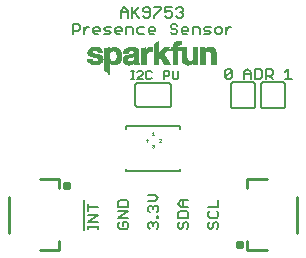
<source format=gto>
G75*
%MOIN*%
%OFA0B0*%
%FSLAX25Y25*%
%IPPOS*%
%LPD*%
%AMOC8*
5,1,8,0,0,1.08239X$1,22.5*
%
%ADD10C,0.00600*%
%ADD11C,0.00500*%
%ADD12C,0.01000*%
%ADD13C,0.01575*%
%ADD14C,0.00800*%
%ADD15C,0.00100*%
%ADD16C,0.00300*%
D10*
X0190433Y0311400D02*
X0190433Y0321222D01*
X0191630Y0320107D02*
X0191630Y0317839D01*
X0191630Y0318973D02*
X0195033Y0318973D01*
X0195033Y0316424D02*
X0191630Y0316424D01*
X0191630Y0314155D02*
X0195033Y0316424D01*
X0195033Y0314155D02*
X0191630Y0314155D01*
X0191630Y0312834D02*
X0191630Y0311700D01*
X0191630Y0312267D02*
X0195033Y0312267D01*
X0195033Y0311700D02*
X0195033Y0312834D01*
X0201630Y0312267D02*
X0202198Y0311700D01*
X0204466Y0311700D01*
X0205033Y0312267D01*
X0205033Y0313401D01*
X0204466Y0313969D01*
X0203332Y0313969D01*
X0203332Y0312834D01*
X0202198Y0313969D02*
X0201630Y0313401D01*
X0201630Y0312267D01*
X0201630Y0315383D02*
X0205033Y0317652D01*
X0201630Y0317652D01*
X0201630Y0319066D02*
X0201630Y0320768D01*
X0202198Y0321335D01*
X0204466Y0321335D01*
X0205033Y0320768D01*
X0205033Y0319066D01*
X0201630Y0319066D01*
X0201630Y0315383D02*
X0205033Y0315383D01*
X0211630Y0313401D02*
X0212198Y0313969D01*
X0212765Y0313969D01*
X0213332Y0313401D01*
X0213899Y0313969D01*
X0214466Y0313969D01*
X0215033Y0313401D01*
X0215033Y0312267D01*
X0214466Y0311700D01*
X0213332Y0312834D02*
X0213332Y0313401D01*
X0211630Y0313401D02*
X0211630Y0312267D01*
X0212198Y0311700D01*
X0214466Y0315383D02*
X0214466Y0315950D01*
X0215033Y0315950D01*
X0215033Y0315383D01*
X0214466Y0315383D01*
X0214466Y0317225D02*
X0215033Y0317792D01*
X0215033Y0318926D01*
X0214466Y0319493D01*
X0213899Y0319493D01*
X0213332Y0318926D01*
X0213332Y0318359D01*
X0213332Y0318926D02*
X0212765Y0319493D01*
X0212198Y0319493D01*
X0211630Y0318926D01*
X0211630Y0317792D01*
X0212198Y0317225D01*
X0211630Y0320908D02*
X0213899Y0320908D01*
X0215033Y0322042D01*
X0213899Y0323176D01*
X0211630Y0323176D01*
X0221630Y0320201D02*
X0222765Y0321335D01*
X0225033Y0321335D01*
X0223332Y0321335D02*
X0223332Y0319066D01*
X0222765Y0319066D02*
X0221630Y0320201D01*
X0222765Y0319066D02*
X0225033Y0319066D01*
X0224466Y0317652D02*
X0222198Y0317652D01*
X0221630Y0317085D01*
X0221630Y0315383D01*
X0225033Y0315383D01*
X0225033Y0317085D01*
X0224466Y0317652D01*
X0224466Y0313969D02*
X0225033Y0313401D01*
X0225033Y0312267D01*
X0224466Y0311700D01*
X0223332Y0312267D02*
X0223332Y0313401D01*
X0223899Y0313969D01*
X0224466Y0313969D01*
X0223332Y0312267D02*
X0222765Y0311700D01*
X0222198Y0311700D01*
X0221630Y0312267D01*
X0221630Y0313401D01*
X0222198Y0313969D01*
X0231630Y0313401D02*
X0231630Y0312267D01*
X0232198Y0311700D01*
X0232765Y0311700D01*
X0233332Y0312267D01*
X0233332Y0313401D01*
X0233899Y0313969D01*
X0234466Y0313969D01*
X0235033Y0313401D01*
X0235033Y0312267D01*
X0234466Y0311700D01*
X0232198Y0313969D02*
X0231630Y0313401D01*
X0232198Y0315383D02*
X0231630Y0315950D01*
X0231630Y0317085D01*
X0232198Y0317652D01*
X0231630Y0319066D02*
X0235033Y0319066D01*
X0235033Y0321335D01*
X0234466Y0317652D02*
X0235033Y0317085D01*
X0235033Y0315950D01*
X0234466Y0315383D01*
X0232198Y0315383D01*
X0240333Y0352000D02*
X0246333Y0352000D01*
X0246393Y0352002D01*
X0246454Y0352007D01*
X0246513Y0352016D01*
X0246572Y0352029D01*
X0246631Y0352045D01*
X0246688Y0352065D01*
X0246743Y0352088D01*
X0246798Y0352115D01*
X0246850Y0352144D01*
X0246901Y0352177D01*
X0246950Y0352213D01*
X0246996Y0352251D01*
X0247040Y0352293D01*
X0247082Y0352337D01*
X0247120Y0352383D01*
X0247156Y0352432D01*
X0247189Y0352483D01*
X0247218Y0352535D01*
X0247245Y0352590D01*
X0247268Y0352645D01*
X0247288Y0352702D01*
X0247304Y0352761D01*
X0247317Y0352820D01*
X0247326Y0352879D01*
X0247331Y0352940D01*
X0247333Y0353000D01*
X0247333Y0359800D01*
X0247331Y0359860D01*
X0247326Y0359921D01*
X0247317Y0359980D01*
X0247304Y0360039D01*
X0247288Y0360098D01*
X0247268Y0360155D01*
X0247245Y0360210D01*
X0247218Y0360265D01*
X0247189Y0360317D01*
X0247156Y0360368D01*
X0247120Y0360417D01*
X0247082Y0360463D01*
X0247040Y0360507D01*
X0246996Y0360549D01*
X0246950Y0360587D01*
X0246901Y0360623D01*
X0246850Y0360656D01*
X0246798Y0360685D01*
X0246743Y0360712D01*
X0246688Y0360735D01*
X0246631Y0360755D01*
X0246572Y0360771D01*
X0246513Y0360784D01*
X0246454Y0360793D01*
X0246393Y0360798D01*
X0246333Y0360800D01*
X0240333Y0360800D01*
X0240273Y0360798D01*
X0240212Y0360793D01*
X0240153Y0360784D01*
X0240094Y0360771D01*
X0240035Y0360755D01*
X0239978Y0360735D01*
X0239923Y0360712D01*
X0239868Y0360685D01*
X0239816Y0360656D01*
X0239765Y0360623D01*
X0239716Y0360587D01*
X0239670Y0360549D01*
X0239626Y0360507D01*
X0239584Y0360463D01*
X0239546Y0360417D01*
X0239510Y0360368D01*
X0239477Y0360317D01*
X0239448Y0360265D01*
X0239421Y0360210D01*
X0239398Y0360155D01*
X0239378Y0360098D01*
X0239362Y0360039D01*
X0239349Y0359980D01*
X0239340Y0359921D01*
X0239335Y0359860D01*
X0239333Y0359800D01*
X0239333Y0353000D01*
X0239335Y0352940D01*
X0239340Y0352879D01*
X0239349Y0352820D01*
X0239362Y0352761D01*
X0239378Y0352702D01*
X0239398Y0352645D01*
X0239421Y0352590D01*
X0239448Y0352535D01*
X0239477Y0352483D01*
X0239510Y0352432D01*
X0239546Y0352383D01*
X0239584Y0352337D01*
X0239626Y0352293D01*
X0239670Y0352251D01*
X0239716Y0352213D01*
X0239765Y0352177D01*
X0239816Y0352144D01*
X0239868Y0352115D01*
X0239923Y0352088D01*
X0239978Y0352065D01*
X0240035Y0352045D01*
X0240094Y0352029D01*
X0240153Y0352016D01*
X0240212Y0352007D01*
X0240273Y0352002D01*
X0240333Y0352000D01*
X0249333Y0353000D02*
X0249333Y0359800D01*
X0249335Y0359860D01*
X0249340Y0359921D01*
X0249349Y0359980D01*
X0249362Y0360039D01*
X0249378Y0360098D01*
X0249398Y0360155D01*
X0249421Y0360210D01*
X0249448Y0360265D01*
X0249477Y0360317D01*
X0249510Y0360368D01*
X0249546Y0360417D01*
X0249584Y0360463D01*
X0249626Y0360507D01*
X0249670Y0360549D01*
X0249716Y0360587D01*
X0249765Y0360623D01*
X0249816Y0360656D01*
X0249868Y0360685D01*
X0249923Y0360712D01*
X0249978Y0360735D01*
X0250035Y0360755D01*
X0250094Y0360771D01*
X0250153Y0360784D01*
X0250212Y0360793D01*
X0250273Y0360798D01*
X0250333Y0360800D01*
X0256333Y0360800D01*
X0256393Y0360798D01*
X0256454Y0360793D01*
X0256513Y0360784D01*
X0256572Y0360771D01*
X0256631Y0360755D01*
X0256688Y0360735D01*
X0256743Y0360712D01*
X0256798Y0360685D01*
X0256850Y0360656D01*
X0256901Y0360623D01*
X0256950Y0360587D01*
X0256996Y0360549D01*
X0257040Y0360507D01*
X0257082Y0360463D01*
X0257120Y0360417D01*
X0257156Y0360368D01*
X0257189Y0360317D01*
X0257218Y0360265D01*
X0257245Y0360210D01*
X0257268Y0360155D01*
X0257288Y0360098D01*
X0257304Y0360039D01*
X0257317Y0359980D01*
X0257326Y0359921D01*
X0257331Y0359860D01*
X0257333Y0359800D01*
X0257333Y0353000D01*
X0257331Y0352940D01*
X0257326Y0352879D01*
X0257317Y0352820D01*
X0257304Y0352761D01*
X0257288Y0352702D01*
X0257268Y0352645D01*
X0257245Y0352590D01*
X0257218Y0352535D01*
X0257189Y0352483D01*
X0257156Y0352432D01*
X0257120Y0352383D01*
X0257082Y0352337D01*
X0257040Y0352293D01*
X0256996Y0352251D01*
X0256950Y0352213D01*
X0256901Y0352177D01*
X0256850Y0352144D01*
X0256798Y0352115D01*
X0256743Y0352088D01*
X0256688Y0352065D01*
X0256631Y0352045D01*
X0256572Y0352029D01*
X0256513Y0352016D01*
X0256454Y0352007D01*
X0256393Y0352002D01*
X0256333Y0352000D01*
X0250333Y0352000D01*
X0250273Y0352002D01*
X0250212Y0352007D01*
X0250153Y0352016D01*
X0250094Y0352029D01*
X0250035Y0352045D01*
X0249978Y0352065D01*
X0249923Y0352088D01*
X0249868Y0352115D01*
X0249816Y0352144D01*
X0249765Y0352177D01*
X0249716Y0352213D01*
X0249670Y0352251D01*
X0249626Y0352293D01*
X0249584Y0352337D01*
X0249546Y0352383D01*
X0249510Y0352432D01*
X0249477Y0352483D01*
X0249448Y0352535D01*
X0249421Y0352590D01*
X0249398Y0352645D01*
X0249378Y0352702D01*
X0249362Y0352761D01*
X0249349Y0352820D01*
X0249340Y0352879D01*
X0249335Y0352940D01*
X0249333Y0353000D01*
X0248993Y0361700D02*
X0249560Y0362267D01*
X0249560Y0364536D01*
X0248993Y0365103D01*
X0247292Y0365103D01*
X0247292Y0361700D01*
X0248993Y0361700D01*
X0250975Y0361700D02*
X0250975Y0365103D01*
X0252676Y0365103D01*
X0253244Y0364536D01*
X0253244Y0363401D01*
X0252676Y0362834D01*
X0250975Y0362834D01*
X0252109Y0362834D02*
X0253244Y0361700D01*
X0257292Y0361700D02*
X0259560Y0361700D01*
X0258426Y0361700D02*
X0258426Y0365103D01*
X0257292Y0363969D01*
X0245877Y0363969D02*
X0245877Y0361700D01*
X0245877Y0363401D02*
X0243609Y0363401D01*
X0243609Y0363969D02*
X0244743Y0365103D01*
X0245877Y0363969D01*
X0243609Y0363969D02*
X0243609Y0361700D01*
X0239560Y0362267D02*
X0239560Y0364536D01*
X0237292Y0362267D01*
X0237859Y0361700D01*
X0238993Y0361700D01*
X0239560Y0362267D01*
X0237292Y0362267D02*
X0237292Y0364536D01*
X0237859Y0365103D01*
X0238993Y0365103D01*
X0239560Y0364536D01*
X0237574Y0376700D02*
X0237574Y0378969D01*
X0238708Y0378969D02*
X0239275Y0378969D01*
X0238708Y0378969D02*
X0237574Y0377834D01*
X0236159Y0377267D02*
X0236159Y0378401D01*
X0235592Y0378969D01*
X0234458Y0378969D01*
X0233891Y0378401D01*
X0233891Y0377267D01*
X0234458Y0376700D01*
X0235592Y0376700D01*
X0236159Y0377267D01*
X0232476Y0377267D02*
X0231909Y0377834D01*
X0230775Y0377834D01*
X0230207Y0378401D01*
X0230775Y0378969D01*
X0232476Y0378969D01*
X0232476Y0377267D02*
X0231909Y0376700D01*
X0230207Y0376700D01*
X0228793Y0376700D02*
X0228793Y0378401D01*
X0228226Y0378969D01*
X0226524Y0378969D01*
X0226524Y0376700D01*
X0225110Y0377834D02*
X0222841Y0377834D01*
X0222841Y0377267D02*
X0222841Y0378401D01*
X0223408Y0378969D01*
X0224543Y0378969D01*
X0225110Y0378401D01*
X0225110Y0377834D01*
X0224543Y0376700D02*
X0223408Y0376700D01*
X0222841Y0377267D01*
X0221427Y0377267D02*
X0220859Y0376700D01*
X0219725Y0376700D01*
X0219158Y0377267D01*
X0219725Y0378401D02*
X0219158Y0378969D01*
X0219158Y0379536D01*
X0219725Y0380103D01*
X0220859Y0380103D01*
X0221427Y0379536D01*
X0220859Y0378401D02*
X0221427Y0377834D01*
X0221427Y0377267D01*
X0220859Y0378401D02*
X0219725Y0378401D01*
X0219018Y0382200D02*
X0217884Y0382200D01*
X0217316Y0382767D01*
X0217316Y0383901D02*
X0218451Y0384469D01*
X0219018Y0384469D01*
X0219585Y0383901D01*
X0219585Y0382767D01*
X0219018Y0382200D01*
X0221000Y0382767D02*
X0221567Y0382200D01*
X0222701Y0382200D01*
X0223268Y0382767D01*
X0223268Y0383334D01*
X0222701Y0383901D01*
X0222134Y0383901D01*
X0222701Y0383901D02*
X0223268Y0384469D01*
X0223268Y0385036D01*
X0222701Y0385603D01*
X0221567Y0385603D01*
X0221000Y0385036D01*
X0219585Y0385603D02*
X0217316Y0385603D01*
X0217316Y0383901D01*
X0215902Y0385036D02*
X0213633Y0382767D01*
X0213633Y0382200D01*
X0212219Y0382767D02*
X0212219Y0385036D01*
X0211652Y0385603D01*
X0210517Y0385603D01*
X0209950Y0385036D01*
X0209950Y0384469D01*
X0210517Y0383901D01*
X0212219Y0383901D01*
X0212219Y0382767D02*
X0211652Y0382200D01*
X0210517Y0382200D01*
X0209950Y0382767D01*
X0208536Y0382200D02*
X0206834Y0383901D01*
X0206267Y0383334D02*
X0208536Y0385603D01*
X0206267Y0385603D02*
X0206267Y0382200D01*
X0204852Y0382200D02*
X0204852Y0384469D01*
X0203718Y0385603D01*
X0202584Y0384469D01*
X0202584Y0382200D01*
X0202584Y0383901D02*
X0204852Y0383901D01*
X0204425Y0378969D02*
X0206127Y0378969D01*
X0206694Y0378401D01*
X0206694Y0376700D01*
X0208109Y0377267D02*
X0208676Y0376700D01*
X0210377Y0376700D01*
X0211792Y0377267D02*
X0211792Y0378401D01*
X0212359Y0378969D01*
X0213493Y0378969D01*
X0214060Y0378401D01*
X0214060Y0377834D01*
X0211792Y0377834D01*
X0211792Y0377267D02*
X0212359Y0376700D01*
X0213493Y0376700D01*
X0210377Y0378969D02*
X0208676Y0378969D01*
X0208109Y0378401D01*
X0208109Y0377267D01*
X0204425Y0376700D02*
X0204425Y0378969D01*
X0203011Y0378401D02*
X0203011Y0377834D01*
X0200742Y0377834D01*
X0200742Y0377267D02*
X0200742Y0378401D01*
X0201309Y0378969D01*
X0202444Y0378969D01*
X0203011Y0378401D01*
X0202444Y0376700D02*
X0201309Y0376700D01*
X0200742Y0377267D01*
X0199328Y0377267D02*
X0198761Y0377834D01*
X0197626Y0377834D01*
X0197059Y0378401D01*
X0197626Y0378969D01*
X0199328Y0378969D01*
X0199328Y0377267D02*
X0198761Y0376700D01*
X0197059Y0376700D01*
X0195645Y0377834D02*
X0193376Y0377834D01*
X0193376Y0377267D02*
X0193376Y0378401D01*
X0193943Y0378969D01*
X0195077Y0378969D01*
X0195645Y0378401D01*
X0195645Y0377834D01*
X0195077Y0376700D02*
X0193943Y0376700D01*
X0193376Y0377267D01*
X0192008Y0378969D02*
X0191441Y0378969D01*
X0190307Y0377834D01*
X0190307Y0376700D02*
X0190307Y0378969D01*
X0188892Y0379536D02*
X0188892Y0378401D01*
X0188325Y0377834D01*
X0186624Y0377834D01*
X0186624Y0376700D02*
X0186624Y0380103D01*
X0188325Y0380103D01*
X0188892Y0379536D01*
X0208333Y0360400D02*
X0218333Y0360400D01*
X0218393Y0360398D01*
X0218454Y0360393D01*
X0218513Y0360384D01*
X0218572Y0360371D01*
X0218631Y0360355D01*
X0218688Y0360335D01*
X0218743Y0360312D01*
X0218798Y0360285D01*
X0218850Y0360256D01*
X0218901Y0360223D01*
X0218950Y0360187D01*
X0218996Y0360149D01*
X0219040Y0360107D01*
X0219082Y0360063D01*
X0219120Y0360017D01*
X0219156Y0359968D01*
X0219189Y0359917D01*
X0219218Y0359865D01*
X0219245Y0359810D01*
X0219268Y0359755D01*
X0219288Y0359698D01*
X0219304Y0359639D01*
X0219317Y0359580D01*
X0219326Y0359521D01*
X0219331Y0359460D01*
X0219333Y0359400D01*
X0219333Y0353400D01*
X0219331Y0353340D01*
X0219326Y0353279D01*
X0219317Y0353220D01*
X0219304Y0353161D01*
X0219288Y0353102D01*
X0219268Y0353045D01*
X0219245Y0352990D01*
X0219218Y0352935D01*
X0219189Y0352883D01*
X0219156Y0352832D01*
X0219120Y0352783D01*
X0219082Y0352737D01*
X0219040Y0352693D01*
X0218996Y0352651D01*
X0218950Y0352613D01*
X0218901Y0352577D01*
X0218850Y0352544D01*
X0218798Y0352515D01*
X0218743Y0352488D01*
X0218688Y0352465D01*
X0218631Y0352445D01*
X0218572Y0352429D01*
X0218513Y0352416D01*
X0218454Y0352407D01*
X0218393Y0352402D01*
X0218333Y0352400D01*
X0208333Y0352400D01*
X0208273Y0352402D01*
X0208212Y0352407D01*
X0208153Y0352416D01*
X0208094Y0352429D01*
X0208035Y0352445D01*
X0207978Y0352465D01*
X0207923Y0352488D01*
X0207868Y0352515D01*
X0207816Y0352544D01*
X0207765Y0352577D01*
X0207716Y0352613D01*
X0207670Y0352651D01*
X0207626Y0352693D01*
X0207584Y0352737D01*
X0207546Y0352783D01*
X0207510Y0352832D01*
X0207477Y0352883D01*
X0207448Y0352935D01*
X0207421Y0352990D01*
X0207398Y0353045D01*
X0207378Y0353102D01*
X0207362Y0353161D01*
X0207349Y0353220D01*
X0207340Y0353279D01*
X0207335Y0353340D01*
X0207333Y0353400D01*
X0207333Y0359400D01*
X0207335Y0359460D01*
X0207340Y0359521D01*
X0207349Y0359580D01*
X0207362Y0359639D01*
X0207378Y0359698D01*
X0207398Y0359755D01*
X0207421Y0359810D01*
X0207448Y0359865D01*
X0207477Y0359917D01*
X0207510Y0359968D01*
X0207546Y0360017D01*
X0207584Y0360063D01*
X0207626Y0360107D01*
X0207670Y0360149D01*
X0207716Y0360187D01*
X0207765Y0360223D01*
X0207816Y0360256D01*
X0207868Y0360285D01*
X0207923Y0360312D01*
X0207978Y0360335D01*
X0208035Y0360355D01*
X0208094Y0360371D01*
X0208153Y0360384D01*
X0208212Y0360393D01*
X0208273Y0360398D01*
X0208333Y0360400D01*
X0213633Y0385603D02*
X0215902Y0385603D01*
X0215902Y0385036D01*
D11*
X0216887Y0364352D02*
X0218238Y0364352D01*
X0218689Y0363902D01*
X0218689Y0363001D01*
X0218238Y0362551D01*
X0216887Y0362551D01*
X0216887Y0361650D02*
X0216887Y0364352D01*
X0219834Y0364352D02*
X0219834Y0362100D01*
X0220284Y0361650D01*
X0221185Y0361650D01*
X0221635Y0362100D01*
X0221635Y0364352D01*
X0212796Y0363902D02*
X0212345Y0364352D01*
X0211445Y0364352D01*
X0210994Y0363902D01*
X0210994Y0362100D01*
X0211445Y0361650D01*
X0212345Y0361650D01*
X0212796Y0362100D01*
X0209849Y0361650D02*
X0208048Y0361650D01*
X0209849Y0363452D01*
X0209849Y0363902D01*
X0209399Y0364352D01*
X0208498Y0364352D01*
X0208048Y0363902D01*
X0206984Y0364352D02*
X0206083Y0364352D01*
X0206534Y0364352D02*
X0206534Y0361650D01*
X0206984Y0361650D02*
X0206083Y0361650D01*
D12*
X0181955Y0304589D02*
X0175459Y0304589D01*
X0181955Y0304589D02*
X0181955Y0307542D01*
X0165223Y0310494D02*
X0165223Y0322306D01*
X0175459Y0328211D02*
X0181955Y0328211D01*
X0181955Y0325258D01*
X0244711Y0325258D02*
X0244711Y0328211D01*
X0251207Y0328211D01*
X0261444Y0322306D02*
X0261444Y0310494D01*
X0251207Y0304589D02*
X0244711Y0304589D01*
X0244711Y0307542D01*
D13*
X0241595Y0306557D02*
X0241597Y0306604D01*
X0241603Y0306650D01*
X0241612Y0306696D01*
X0241626Y0306740D01*
X0241643Y0306784D01*
X0241664Y0306825D01*
X0241688Y0306865D01*
X0241715Y0306903D01*
X0241746Y0306938D01*
X0241779Y0306971D01*
X0241815Y0307001D01*
X0241854Y0307027D01*
X0241894Y0307051D01*
X0241936Y0307070D01*
X0241980Y0307087D01*
X0242025Y0307099D01*
X0242071Y0307108D01*
X0242117Y0307113D01*
X0242164Y0307114D01*
X0242210Y0307111D01*
X0242256Y0307104D01*
X0242302Y0307093D01*
X0242346Y0307079D01*
X0242389Y0307061D01*
X0242430Y0307039D01*
X0242470Y0307014D01*
X0242507Y0306986D01*
X0242542Y0306955D01*
X0242574Y0306921D01*
X0242603Y0306884D01*
X0242628Y0306846D01*
X0242651Y0306805D01*
X0242670Y0306762D01*
X0242685Y0306718D01*
X0242697Y0306673D01*
X0242705Y0306627D01*
X0242709Y0306580D01*
X0242709Y0306534D01*
X0242705Y0306487D01*
X0242697Y0306441D01*
X0242685Y0306396D01*
X0242670Y0306352D01*
X0242651Y0306309D01*
X0242628Y0306268D01*
X0242603Y0306230D01*
X0242574Y0306193D01*
X0242542Y0306159D01*
X0242507Y0306128D01*
X0242470Y0306100D01*
X0242431Y0306075D01*
X0242389Y0306053D01*
X0242346Y0306035D01*
X0242302Y0306021D01*
X0242256Y0306010D01*
X0242210Y0306003D01*
X0242164Y0306000D01*
X0242117Y0306001D01*
X0242071Y0306006D01*
X0242025Y0306015D01*
X0241980Y0306027D01*
X0241936Y0306044D01*
X0241894Y0306063D01*
X0241854Y0306087D01*
X0241815Y0306113D01*
X0241779Y0306143D01*
X0241746Y0306176D01*
X0241715Y0306211D01*
X0241688Y0306249D01*
X0241664Y0306289D01*
X0241643Y0306330D01*
X0241626Y0306374D01*
X0241612Y0306418D01*
X0241603Y0306464D01*
X0241597Y0306510D01*
X0241595Y0306557D01*
X0183957Y0326243D02*
X0183959Y0326290D01*
X0183965Y0326336D01*
X0183974Y0326382D01*
X0183988Y0326426D01*
X0184005Y0326470D01*
X0184026Y0326511D01*
X0184050Y0326551D01*
X0184077Y0326589D01*
X0184108Y0326624D01*
X0184141Y0326657D01*
X0184177Y0326687D01*
X0184216Y0326713D01*
X0184256Y0326737D01*
X0184298Y0326756D01*
X0184342Y0326773D01*
X0184387Y0326785D01*
X0184433Y0326794D01*
X0184479Y0326799D01*
X0184526Y0326800D01*
X0184572Y0326797D01*
X0184618Y0326790D01*
X0184664Y0326779D01*
X0184708Y0326765D01*
X0184751Y0326747D01*
X0184792Y0326725D01*
X0184832Y0326700D01*
X0184869Y0326672D01*
X0184904Y0326641D01*
X0184936Y0326607D01*
X0184965Y0326570D01*
X0184990Y0326532D01*
X0185013Y0326491D01*
X0185032Y0326448D01*
X0185047Y0326404D01*
X0185059Y0326359D01*
X0185067Y0326313D01*
X0185071Y0326266D01*
X0185071Y0326220D01*
X0185067Y0326173D01*
X0185059Y0326127D01*
X0185047Y0326082D01*
X0185032Y0326038D01*
X0185013Y0325995D01*
X0184990Y0325954D01*
X0184965Y0325916D01*
X0184936Y0325879D01*
X0184904Y0325845D01*
X0184869Y0325814D01*
X0184832Y0325786D01*
X0184793Y0325761D01*
X0184751Y0325739D01*
X0184708Y0325721D01*
X0184664Y0325707D01*
X0184618Y0325696D01*
X0184572Y0325689D01*
X0184526Y0325686D01*
X0184479Y0325687D01*
X0184433Y0325692D01*
X0184387Y0325701D01*
X0184342Y0325713D01*
X0184298Y0325730D01*
X0184256Y0325749D01*
X0184216Y0325773D01*
X0184177Y0325799D01*
X0184141Y0325829D01*
X0184108Y0325862D01*
X0184077Y0325897D01*
X0184050Y0325935D01*
X0184026Y0325975D01*
X0184005Y0326016D01*
X0183988Y0326060D01*
X0183974Y0326104D01*
X0183965Y0326150D01*
X0183959Y0326196D01*
X0183957Y0326243D01*
D14*
X0204278Y0330920D02*
X0222388Y0330920D01*
X0222388Y0331707D01*
X0222388Y0345093D02*
X0222388Y0345880D01*
X0204278Y0345880D01*
X0204278Y0345093D01*
X0204278Y0331707D02*
X0204278Y0330920D01*
D15*
X0212990Y0338994D02*
X0213140Y0338844D01*
X0213440Y0338844D01*
X0213590Y0338994D01*
X0213590Y0339144D01*
X0213440Y0339294D01*
X0213290Y0339294D01*
X0213440Y0339294D02*
X0213590Y0339444D01*
X0213590Y0339594D01*
X0213440Y0339744D01*
X0213140Y0339744D01*
X0212990Y0339594D01*
X0211352Y0340812D02*
X0211352Y0341713D01*
X0210902Y0341263D01*
X0211502Y0341263D01*
X0212990Y0343174D02*
X0213590Y0343174D01*
X0213290Y0343174D02*
X0213290Y0344075D01*
X0212990Y0343775D01*
X0215377Y0341563D02*
X0215528Y0341713D01*
X0215828Y0341713D01*
X0215978Y0341563D01*
X0215978Y0341413D01*
X0215377Y0340812D01*
X0215978Y0340812D01*
D16*
X0198625Y0363369D02*
X0198428Y0363526D01*
X0198231Y0363723D01*
X0198034Y0363880D01*
X0197837Y0364038D01*
X0197640Y0364235D01*
X0197483Y0364392D01*
X0197286Y0364550D01*
X0197089Y0364746D01*
X0197089Y0371991D01*
X0197286Y0372030D01*
X0197444Y0372069D01*
X0197640Y0372109D01*
X0197798Y0372109D01*
X0197995Y0372148D01*
X0198192Y0372187D01*
X0198349Y0372227D01*
X0198546Y0372266D01*
X0198546Y0371557D01*
X0198703Y0371754D01*
X0198861Y0371951D01*
X0199058Y0372069D01*
X0199255Y0372187D01*
X0199491Y0372306D01*
X0199727Y0372345D01*
X0199963Y0372384D01*
X0200199Y0372424D01*
X0200829Y0372345D01*
X0201341Y0372148D01*
X0201774Y0371872D01*
X0202129Y0371518D01*
X0202404Y0371046D01*
X0202601Y0370534D01*
X0202719Y0369983D01*
X0202719Y0369431D01*
X0201223Y0369471D01*
X0201184Y0369786D01*
X0201144Y0370101D01*
X0201026Y0370416D01*
X0200908Y0370691D01*
X0200711Y0370928D01*
X0200475Y0371085D01*
X0200199Y0371203D01*
X0199885Y0371243D01*
X0199530Y0371203D01*
X0199255Y0371085D01*
X0199018Y0370928D01*
X0198822Y0370691D01*
X0198703Y0370416D01*
X0198625Y0370101D01*
X0198546Y0369786D01*
X0198546Y0369117D01*
X0198625Y0368802D01*
X0198703Y0368487D01*
X0198861Y0368250D01*
X0199018Y0368014D01*
X0199255Y0367857D01*
X0199530Y0367739D01*
X0199885Y0367699D01*
X0200239Y0367739D01*
X0200514Y0367857D01*
X0200751Y0368014D01*
X0200908Y0368250D01*
X0201066Y0368487D01*
X0202404Y0367857D01*
X0202129Y0367424D01*
X0201774Y0367069D01*
X0201381Y0366794D01*
X0200869Y0366597D01*
X0200278Y0366557D01*
X0200042Y0366557D01*
X0199806Y0366597D01*
X0199570Y0366676D01*
X0199333Y0366754D01*
X0199136Y0366872D01*
X0198940Y0367030D01*
X0198782Y0367187D01*
X0198625Y0367384D01*
X0198625Y0363369D01*
X0198625Y0363640D02*
X0198314Y0363640D01*
X0198625Y0363938D02*
X0197962Y0363938D01*
X0197638Y0364237D02*
X0198625Y0364237D01*
X0198625Y0364535D02*
X0197304Y0364535D01*
X0197089Y0364834D02*
X0198625Y0364834D01*
X0198625Y0365132D02*
X0197089Y0365132D01*
X0197089Y0365431D02*
X0198625Y0365431D01*
X0198625Y0365729D02*
X0197089Y0365729D01*
X0197089Y0366028D02*
X0198625Y0366028D01*
X0198625Y0366326D02*
X0197089Y0366326D01*
X0197089Y0366625D02*
X0198625Y0366625D01*
X0198625Y0366923D02*
X0197089Y0366923D01*
X0197089Y0367222D02*
X0198625Y0367222D01*
X0198755Y0367222D02*
X0201927Y0367222D01*
X0202190Y0367520D02*
X0197089Y0367520D01*
X0197089Y0367819D02*
X0199343Y0367819D01*
X0198950Y0368117D02*
X0197089Y0368117D01*
X0197089Y0368416D02*
X0198751Y0368416D01*
X0198646Y0368714D02*
X0197089Y0368714D01*
X0197089Y0369013D02*
X0198572Y0369013D01*
X0198546Y0369311D02*
X0197089Y0369311D01*
X0197089Y0369610D02*
X0198546Y0369610D01*
X0198577Y0369908D02*
X0197089Y0369908D01*
X0197089Y0370207D02*
X0198651Y0370207D01*
X0198742Y0370505D02*
X0197089Y0370505D01*
X0197089Y0370804D02*
X0198915Y0370804D01*
X0199295Y0371103D02*
X0197089Y0371103D01*
X0197089Y0371401D02*
X0202197Y0371401D01*
X0202371Y0371103D02*
X0200434Y0371103D01*
X0200814Y0370804D02*
X0202497Y0370804D01*
X0202607Y0370505D02*
X0200988Y0370505D01*
X0201105Y0370207D02*
X0202671Y0370207D01*
X0202719Y0369908D02*
X0201168Y0369908D01*
X0201206Y0369610D02*
X0202719Y0369610D01*
X0202719Y0369431D02*
X0202680Y0368880D01*
X0202601Y0368329D01*
X0202404Y0367857D01*
X0201066Y0368487D01*
X0201144Y0368802D01*
X0201184Y0369117D01*
X0201223Y0369471D01*
X0202719Y0369431D01*
X0202711Y0369311D02*
X0201205Y0369311D01*
X0201171Y0369013D02*
X0202689Y0369013D01*
X0202656Y0368714D02*
X0201123Y0368714D01*
X0201216Y0368416D02*
X0201018Y0368416D01*
X0201216Y0368416D02*
X0202613Y0368416D01*
X0202513Y0368117D02*
X0201850Y0368117D01*
X0200819Y0368117D01*
X0200426Y0367819D02*
X0202380Y0367819D01*
X0203192Y0367975D02*
X0203192Y0368172D01*
X0203231Y0368605D01*
X0203349Y0368959D01*
X0203546Y0369235D01*
X0203782Y0369471D01*
X0204058Y0369628D01*
X0204373Y0369746D01*
X0204727Y0369825D01*
X0205042Y0369865D01*
X0205357Y0369038D01*
X0205278Y0368998D01*
X0205199Y0368959D01*
X0205121Y0368920D01*
X0205042Y0368880D01*
X0204963Y0368841D01*
X0204924Y0368802D01*
X0204885Y0368762D01*
X0204806Y0368683D01*
X0204766Y0368605D01*
X0204727Y0368526D01*
X0204727Y0368369D01*
X0204688Y0368250D01*
X0204727Y0368172D01*
X0204727Y0368093D01*
X0204766Y0367975D01*
X0204766Y0367935D01*
X0204806Y0367857D01*
X0204885Y0367778D01*
X0204924Y0367739D01*
X0205003Y0367699D01*
X0205042Y0367660D01*
X0205121Y0367620D01*
X0205199Y0367620D01*
X0205278Y0367581D01*
X0205869Y0367581D01*
X0206026Y0367620D01*
X0206184Y0367660D01*
X0206341Y0367699D01*
X0206459Y0367778D01*
X0206577Y0367896D01*
X0206656Y0367975D01*
X0206696Y0368093D01*
X0206774Y0368172D01*
X0206814Y0368290D01*
X0206814Y0368408D01*
X0206853Y0368487D01*
X0206853Y0368605D01*
X0206892Y0368683D01*
X0206892Y0369431D01*
X0206814Y0369392D01*
X0206774Y0369353D01*
X0206696Y0369313D01*
X0206656Y0369274D01*
X0206577Y0369274D01*
X0206499Y0369235D01*
X0206420Y0369195D01*
X0206223Y0369195D01*
X0206066Y0370022D01*
X0206341Y0370061D01*
X0206577Y0370140D01*
X0206735Y0370258D01*
X0206853Y0370416D01*
X0206892Y0370613D01*
X0206892Y0370731D01*
X0206853Y0370849D01*
X0206853Y0370928D01*
X0206814Y0371006D01*
X0206774Y0371085D01*
X0206696Y0371164D01*
X0206656Y0371203D01*
X0206577Y0371243D01*
X0206499Y0371282D01*
X0206420Y0371321D01*
X0206341Y0371321D01*
X0206262Y0371361D01*
X0205987Y0371361D01*
X0205908Y0371400D01*
X0205790Y0371361D01*
X0205593Y0371361D01*
X0205475Y0371321D01*
X0205396Y0371321D01*
X0205318Y0371282D01*
X0205239Y0371243D01*
X0205199Y0371203D01*
X0205121Y0371124D01*
X0205081Y0371085D01*
X0205003Y0371006D01*
X0204963Y0370928D01*
X0204924Y0370849D01*
X0204924Y0370731D01*
X0204885Y0370652D01*
X0204885Y0370534D01*
X0203349Y0370534D01*
X0203388Y0370809D01*
X0203428Y0371006D01*
X0203507Y0371243D01*
X0203625Y0371439D01*
X0203743Y0371597D01*
X0203900Y0371754D01*
X0204058Y0371872D01*
X0204215Y0371991D01*
X0204412Y0372109D01*
X0204609Y0372187D01*
X0204806Y0372266D01*
X0205042Y0372306D01*
X0205278Y0372345D01*
X0205514Y0372384D01*
X0206381Y0372384D01*
X0206617Y0372345D01*
X0206814Y0372345D01*
X0207010Y0372306D01*
X0207247Y0372227D01*
X0207404Y0372187D01*
X0207601Y0372109D01*
X0207759Y0372030D01*
X0207916Y0371912D01*
X0208073Y0371754D01*
X0208192Y0371636D01*
X0208270Y0371439D01*
X0208349Y0371282D01*
X0208388Y0371046D01*
X0208428Y0370809D01*
X0208428Y0367266D01*
X0208467Y0367187D01*
X0208467Y0367030D01*
X0208507Y0366951D01*
X0208507Y0366912D01*
X0208546Y0366833D01*
X0208546Y0366794D01*
X0208585Y0366715D01*
X0208585Y0366676D01*
X0207050Y0366676D01*
X0207050Y0366754D01*
X0207010Y0366794D01*
X0207010Y0366833D01*
X0206971Y0366872D01*
X0206971Y0367109D01*
X0206932Y0367148D01*
X0206932Y0367227D01*
X0206853Y0367148D01*
X0206774Y0367030D01*
X0206656Y0366951D01*
X0206538Y0366912D01*
X0206420Y0366833D01*
X0206341Y0366794D01*
X0206223Y0366715D01*
X0206105Y0366676D01*
X0205948Y0366636D01*
X0205829Y0366597D01*
X0205711Y0366597D01*
X0205593Y0366557D01*
X0205318Y0366557D01*
X0205199Y0366518D01*
X0204885Y0366518D01*
X0204688Y0366557D01*
X0204491Y0366557D01*
X0204333Y0366636D01*
X0204176Y0366676D01*
X0204018Y0366754D01*
X0203861Y0366833D01*
X0203743Y0366912D01*
X0203625Y0367030D01*
X0203507Y0367148D01*
X0203388Y0367306D01*
X0203310Y0367463D01*
X0203270Y0367620D01*
X0203231Y0367778D01*
X0203192Y0367975D01*
X0203192Y0368117D02*
X0204727Y0368117D01*
X0204727Y0368416D02*
X0203214Y0368416D01*
X0203268Y0368714D02*
X0204837Y0368714D01*
X0205307Y0369013D02*
X0203388Y0369013D01*
X0203623Y0369311D02*
X0205253Y0369311D01*
X0206201Y0369311D01*
X0206694Y0369311D01*
X0206892Y0369311D02*
X0208428Y0369311D01*
X0208428Y0369013D02*
X0206892Y0369013D01*
X0206892Y0368714D02*
X0208428Y0368714D01*
X0208428Y0368416D02*
X0206818Y0368416D01*
X0206720Y0368117D02*
X0208428Y0368117D01*
X0208428Y0367819D02*
X0206500Y0367819D01*
X0206927Y0367222D02*
X0203451Y0367222D01*
X0203295Y0367520D02*
X0208428Y0367520D01*
X0208450Y0367222D02*
X0206932Y0367222D01*
X0206971Y0366923D02*
X0208507Y0366923D01*
X0209255Y0366923D02*
X0210790Y0366923D01*
X0210790Y0366676D02*
X0209255Y0366676D01*
X0209255Y0371321D01*
X0209255Y0371991D01*
X0209451Y0372030D01*
X0209648Y0372069D01*
X0209806Y0372109D01*
X0210003Y0372109D01*
X0210199Y0372148D01*
X0210357Y0372187D01*
X0210554Y0372227D01*
X0210711Y0372266D01*
X0210711Y0371203D01*
X0210751Y0371203D01*
X0210869Y0371479D01*
X0211026Y0371715D01*
X0211223Y0371912D01*
X0211459Y0372069D01*
X0211696Y0372227D01*
X0211971Y0372306D01*
X0212247Y0372384D01*
X0212798Y0372384D01*
X0212837Y0372345D01*
X0212837Y0370928D01*
X0212798Y0370928D01*
X0212719Y0370967D01*
X0212286Y0370967D01*
X0211892Y0370928D01*
X0211577Y0370849D01*
X0211341Y0370691D01*
X0211105Y0370455D01*
X0210987Y0370180D01*
X0210869Y0369904D01*
X0210790Y0369550D01*
X0210790Y0366676D01*
X0210790Y0367222D02*
X0209255Y0367222D01*
X0209255Y0367520D02*
X0210790Y0367520D01*
X0210790Y0367819D02*
X0209255Y0367819D01*
X0209255Y0368117D02*
X0210790Y0368117D01*
X0210790Y0368416D02*
X0209255Y0368416D01*
X0209255Y0368714D02*
X0210790Y0368714D01*
X0210790Y0369013D02*
X0209255Y0369013D01*
X0209255Y0369311D02*
X0210790Y0369311D01*
X0210803Y0369610D02*
X0209255Y0369610D01*
X0209255Y0369908D02*
X0210871Y0369908D01*
X0210999Y0370207D02*
X0209255Y0370207D01*
X0209255Y0370505D02*
X0211155Y0370505D01*
X0211510Y0370804D02*
X0209255Y0370804D01*
X0209255Y0371103D02*
X0212837Y0371103D01*
X0212837Y0371401D02*
X0210835Y0371401D01*
X0210711Y0371401D02*
X0209255Y0371401D01*
X0209255Y0371700D02*
X0210711Y0371700D01*
X0210711Y0371998D02*
X0209292Y0371998D01*
X0208290Y0371401D02*
X0203602Y0371401D01*
X0203460Y0371103D02*
X0205099Y0371103D01*
X0204924Y0370804D02*
X0203388Y0370804D01*
X0203845Y0371700D02*
X0208128Y0371700D01*
X0207801Y0371998D02*
X0204228Y0371998D01*
X0204988Y0372297D02*
X0207037Y0372297D01*
X0206757Y0371103D02*
X0208379Y0371103D01*
X0208428Y0370804D02*
X0206868Y0370804D01*
X0206871Y0370505D02*
X0208428Y0370505D01*
X0208428Y0370207D02*
X0206667Y0370207D01*
X0206066Y0370022D02*
X0206223Y0369195D01*
X0206144Y0369156D01*
X0205987Y0369156D01*
X0205869Y0369117D01*
X0205711Y0369117D01*
X0205593Y0369077D01*
X0205514Y0369077D01*
X0205436Y0369038D01*
X0205357Y0369038D01*
X0205042Y0369865D01*
X0205396Y0369943D01*
X0205751Y0369983D01*
X0206066Y0370022D01*
X0206087Y0369908D02*
X0208428Y0369908D01*
X0208428Y0369610D02*
X0206144Y0369610D01*
X0205139Y0369610D01*
X0204026Y0369610D01*
X0205240Y0369908D02*
X0206087Y0369908D01*
X0204844Y0367819D02*
X0203223Y0367819D01*
X0203731Y0366923D02*
X0206573Y0366923D01*
X0205913Y0366625D02*
X0204356Y0366625D01*
X0201566Y0366923D02*
X0199073Y0366923D01*
X0199722Y0366625D02*
X0200942Y0366625D01*
X0196420Y0367975D02*
X0196223Y0367581D01*
X0195987Y0367227D01*
X0195672Y0366991D01*
X0195278Y0366794D01*
X0194845Y0366636D01*
X0194373Y0366557D01*
X0193428Y0366557D01*
X0192955Y0366636D01*
X0192522Y0366794D01*
X0192129Y0366991D01*
X0191814Y0367227D01*
X0191538Y0367581D01*
X0191381Y0368014D01*
X0191302Y0368487D01*
X0192562Y0368487D01*
X0192759Y0368487D01*
X0192798Y0368250D01*
X0192877Y0368093D01*
X0192955Y0367896D01*
X0193113Y0367778D01*
X0193310Y0367699D01*
X0193507Y0367620D01*
X0193703Y0367581D01*
X0193940Y0367542D01*
X0194097Y0367581D01*
X0194255Y0367581D01*
X0194451Y0367660D01*
X0194609Y0367699D01*
X0194727Y0367817D01*
X0194845Y0367935D01*
X0194924Y0368093D01*
X0194924Y0368290D01*
X0194885Y0368447D01*
X0194806Y0368565D01*
X0194688Y0368683D01*
X0194491Y0368802D01*
X0194215Y0368880D01*
X0193940Y0368959D01*
X0193585Y0369038D01*
X0193192Y0369117D01*
X0192877Y0369235D01*
X0192562Y0369313D01*
X0192247Y0369431D01*
X0191971Y0369589D01*
X0191774Y0369786D01*
X0191577Y0369983D01*
X0191459Y0370298D01*
X0191420Y0370613D01*
X0191499Y0371124D01*
X0191656Y0371518D01*
X0191892Y0371794D01*
X0192207Y0372030D01*
X0192562Y0372227D01*
X0192955Y0372345D01*
X0193388Y0372384D01*
X0193861Y0372424D01*
X0194294Y0372384D01*
X0194727Y0372345D01*
X0195121Y0372227D01*
X0195475Y0372030D01*
X0195790Y0371794D01*
X0196066Y0371479D01*
X0196223Y0371085D01*
X0196302Y0370652D01*
X0194845Y0370652D01*
X0194806Y0370849D01*
X0194766Y0371006D01*
X0194648Y0371124D01*
X0194530Y0371243D01*
X0194373Y0371321D01*
X0194215Y0371361D01*
X0194018Y0371400D01*
X0193664Y0371400D01*
X0193546Y0371361D01*
X0193388Y0371361D01*
X0193270Y0371321D01*
X0193152Y0371243D01*
X0193034Y0371164D01*
X0192995Y0371046D01*
X0192955Y0370888D01*
X0192995Y0370691D01*
X0193113Y0370534D01*
X0193270Y0370416D01*
X0193507Y0370337D01*
X0193782Y0370258D01*
X0194058Y0370180D01*
X0194373Y0370140D01*
X0194688Y0370061D01*
X0195042Y0369983D01*
X0195357Y0369865D01*
X0195633Y0369746D01*
X0195908Y0369589D01*
X0196144Y0369392D01*
X0196302Y0369156D01*
X0196420Y0368841D01*
X0196459Y0368487D01*
X0196420Y0367975D01*
X0196431Y0368117D02*
X0194924Y0368117D01*
X0194892Y0368416D02*
X0196454Y0368416D01*
X0196434Y0368714D02*
X0194636Y0368714D01*
X0194729Y0367819D02*
X0196342Y0367819D01*
X0196183Y0367520D02*
X0191585Y0367520D01*
X0191452Y0367819D02*
X0193058Y0367819D01*
X0192864Y0368117D02*
X0191363Y0368117D01*
X0191314Y0368416D02*
X0192770Y0368416D01*
X0192569Y0369311D02*
X0196198Y0369311D01*
X0196355Y0369013D02*
X0193697Y0369013D01*
X0193962Y0370207D02*
X0191493Y0370207D01*
X0191433Y0370505D02*
X0193151Y0370505D01*
X0192972Y0370804D02*
X0191449Y0370804D01*
X0191495Y0371103D02*
X0193014Y0371103D01*
X0192794Y0372297D02*
X0194888Y0372297D01*
X0195518Y0371998D02*
X0192165Y0371998D01*
X0191812Y0371700D02*
X0195872Y0371700D01*
X0196097Y0371401D02*
X0191609Y0371401D01*
X0191652Y0369908D02*
X0195240Y0369908D01*
X0195871Y0369610D02*
X0191950Y0369610D01*
X0191820Y0367222D02*
X0195980Y0367222D01*
X0195538Y0366923D02*
X0192263Y0366923D01*
X0193024Y0366625D02*
X0194777Y0366625D01*
X0194815Y0370804D02*
X0196274Y0370804D01*
X0196216Y0371103D02*
X0194670Y0371103D01*
X0197089Y0371700D02*
X0198546Y0371700D01*
X0198660Y0371700D02*
X0201947Y0371700D01*
X0201577Y0371998D02*
X0198939Y0371998D01*
X0198546Y0371998D02*
X0197127Y0371998D01*
X0199473Y0372297D02*
X0200955Y0372297D01*
X0211016Y0371700D02*
X0212837Y0371700D01*
X0212837Y0371998D02*
X0211352Y0371998D01*
X0211940Y0372297D02*
X0212837Y0372297D01*
X0213467Y0372297D02*
X0214963Y0372297D01*
X0214963Y0372595D02*
X0213467Y0372595D01*
X0213467Y0372894D02*
X0214963Y0372894D01*
X0214963Y0373192D02*
X0213467Y0373192D01*
X0213467Y0373491D02*
X0214963Y0373491D01*
X0214963Y0373789D02*
X0213922Y0373789D01*
X0213467Y0373526D02*
X0213467Y0366676D01*
X0214963Y0366676D01*
X0214963Y0368605D01*
X0215554Y0369195D01*
X0217089Y0366676D01*
X0218940Y0366676D01*
X0216617Y0370219D01*
X0218703Y0372266D01*
X0216892Y0372266D01*
X0214963Y0370258D01*
X0214963Y0374392D01*
X0213467Y0373526D01*
X0214437Y0374088D02*
X0214963Y0374088D01*
X0214953Y0374386D02*
X0214963Y0374386D01*
X0214963Y0371998D02*
X0213467Y0371998D01*
X0213467Y0371700D02*
X0214963Y0371700D01*
X0214963Y0371401D02*
X0213467Y0371401D01*
X0213467Y0371103D02*
X0214963Y0371103D01*
X0214963Y0370804D02*
X0213467Y0370804D01*
X0213467Y0370505D02*
X0214963Y0370505D01*
X0215201Y0370505D02*
X0216909Y0370505D01*
X0216625Y0370207D02*
X0213467Y0370207D01*
X0213467Y0369908D02*
X0216820Y0369908D01*
X0217016Y0369610D02*
X0213467Y0369610D01*
X0213467Y0369311D02*
X0217212Y0369311D01*
X0217407Y0369013D02*
X0215665Y0369013D01*
X0215371Y0369013D02*
X0213467Y0369013D01*
X0213467Y0368714D02*
X0215073Y0368714D01*
X0214963Y0368416D02*
X0213467Y0368416D01*
X0213467Y0368117D02*
X0214963Y0368117D01*
X0214963Y0367819D02*
X0213467Y0367819D01*
X0213467Y0367520D02*
X0214963Y0367520D01*
X0214963Y0367222D02*
X0213467Y0367222D01*
X0213467Y0366923D02*
X0214963Y0366923D01*
X0216393Y0367819D02*
X0218190Y0367819D01*
X0217994Y0368117D02*
X0216211Y0368117D01*
X0216029Y0368416D02*
X0217799Y0368416D01*
X0217603Y0368714D02*
X0215847Y0368714D01*
X0216574Y0367520D02*
X0218386Y0367520D01*
X0218582Y0367222D02*
X0216756Y0367222D01*
X0216938Y0366923D02*
X0218777Y0366923D01*
X0219885Y0366923D02*
X0221420Y0366923D01*
X0221420Y0366676D02*
X0219885Y0366676D01*
X0219885Y0370652D01*
X0219885Y0371243D01*
X0218388Y0371243D01*
X0218507Y0371361D01*
X0218625Y0371479D01*
X0218782Y0371597D01*
X0218900Y0371754D01*
X0219018Y0371872D01*
X0219136Y0371991D01*
X0219294Y0372109D01*
X0219412Y0372266D01*
X0219885Y0372266D01*
X0219885Y0372699D01*
X0219924Y0373054D01*
X0220003Y0373369D01*
X0220160Y0373644D01*
X0220357Y0373880D01*
X0220593Y0374117D01*
X0220908Y0374235D01*
X0221302Y0374353D01*
X0221735Y0374392D01*
X0222050Y0374392D01*
X0222168Y0374353D01*
X0222562Y0374353D01*
X0222562Y0373211D01*
X0221853Y0373211D01*
X0221735Y0373172D01*
X0221617Y0373132D01*
X0221538Y0373093D01*
X0221499Y0372975D01*
X0221459Y0372896D01*
X0221420Y0372739D01*
X0221420Y0372266D01*
X0222483Y0372266D01*
X0222483Y0371243D01*
X0221420Y0371243D01*
X0221420Y0366676D01*
X0221420Y0367222D02*
X0219885Y0367222D01*
X0219885Y0367520D02*
X0221420Y0367520D01*
X0221420Y0367819D02*
X0219885Y0367819D01*
X0219885Y0368117D02*
X0221420Y0368117D01*
X0221420Y0368416D02*
X0219885Y0368416D01*
X0219885Y0368714D02*
X0221420Y0368714D01*
X0221420Y0369013D02*
X0219885Y0369013D01*
X0219885Y0369311D02*
X0221420Y0369311D01*
X0221420Y0369610D02*
X0219885Y0369610D01*
X0219885Y0369908D02*
X0221420Y0369908D01*
X0221420Y0370207D02*
X0219885Y0370207D01*
X0219885Y0370505D02*
X0221420Y0370505D01*
X0221420Y0370804D02*
X0219885Y0370804D01*
X0219885Y0371103D02*
X0221420Y0371103D01*
X0222483Y0371401D02*
X0218547Y0371401D01*
X0218859Y0371700D02*
X0222483Y0371700D01*
X0222483Y0371998D02*
X0219146Y0371998D01*
X0218430Y0371998D02*
X0216635Y0371998D01*
X0216348Y0371700D02*
X0218126Y0371700D01*
X0217822Y0371401D02*
X0216061Y0371401D01*
X0215774Y0371103D02*
X0217517Y0371103D01*
X0217213Y0370804D02*
X0215488Y0370804D01*
X0219885Y0372297D02*
X0221420Y0372297D01*
X0221420Y0372595D02*
X0219885Y0372595D01*
X0219906Y0372894D02*
X0221459Y0372894D01*
X0221796Y0373192D02*
X0219959Y0373192D01*
X0220072Y0373491D02*
X0222562Y0373491D01*
X0222562Y0373789D02*
X0220281Y0373789D01*
X0220564Y0374088D02*
X0222562Y0374088D01*
X0222068Y0374386D02*
X0221669Y0374386D01*
X0222916Y0372266D02*
X0224451Y0372266D01*
X0224451Y0368802D01*
X0224491Y0368526D01*
X0224570Y0368290D01*
X0224648Y0368093D01*
X0224806Y0367935D01*
X0224963Y0367817D01*
X0225160Y0367778D01*
X0225436Y0367739D01*
X0225711Y0367778D01*
X0225948Y0367817D01*
X0226144Y0367935D01*
X0226341Y0368132D01*
X0226459Y0368329D01*
X0226538Y0368605D01*
X0226577Y0368959D01*
X0226617Y0369353D01*
X0226617Y0372266D01*
X0228113Y0372266D01*
X0228113Y0367384D01*
X0228113Y0366676D01*
X0226656Y0366676D01*
X0226656Y0367463D01*
X0226499Y0367227D01*
X0226302Y0367069D01*
X0226105Y0366872D01*
X0225908Y0366754D01*
X0225672Y0366676D01*
X0225436Y0366597D01*
X0225199Y0366557D01*
X0224924Y0366518D01*
X0224373Y0366597D01*
X0223940Y0366715D01*
X0223585Y0366912D01*
X0223310Y0367148D01*
X0223113Y0367502D01*
X0222995Y0367896D01*
X0222916Y0368329D01*
X0222916Y0372266D01*
X0222916Y0371998D02*
X0224451Y0371998D01*
X0224451Y0371700D02*
X0222916Y0371700D01*
X0222916Y0371401D02*
X0224451Y0371401D01*
X0224451Y0371103D02*
X0222916Y0371103D01*
X0222916Y0370804D02*
X0224451Y0370804D01*
X0224451Y0370505D02*
X0222916Y0370505D01*
X0222916Y0370207D02*
X0224451Y0370207D01*
X0224451Y0369908D02*
X0222916Y0369908D01*
X0222916Y0369610D02*
X0224451Y0369610D01*
X0224451Y0369311D02*
X0222916Y0369311D01*
X0222916Y0369013D02*
X0224451Y0369013D01*
X0224464Y0368714D02*
X0222916Y0368714D01*
X0222916Y0368416D02*
X0224527Y0368416D01*
X0224638Y0368117D02*
X0222955Y0368117D01*
X0223018Y0367819D02*
X0224961Y0367819D01*
X0225950Y0367819D02*
X0228113Y0367819D01*
X0228113Y0368117D02*
X0226326Y0368117D01*
X0226484Y0368416D02*
X0228113Y0368416D01*
X0228113Y0368714D02*
X0226550Y0368714D01*
X0226583Y0369013D02*
X0228113Y0369013D01*
X0228113Y0369311D02*
X0226613Y0369311D01*
X0226617Y0369610D02*
X0228113Y0369610D01*
X0228113Y0369908D02*
X0226617Y0369908D01*
X0226617Y0370207D02*
X0228113Y0370207D01*
X0228113Y0370505D02*
X0226617Y0370505D01*
X0226617Y0370804D02*
X0228113Y0370804D01*
X0228113Y0371103D02*
X0226617Y0371103D01*
X0226617Y0371401D02*
X0228113Y0371401D01*
X0228113Y0371700D02*
X0226617Y0371700D01*
X0226617Y0371998D02*
X0228113Y0371998D01*
X0228964Y0371998D02*
X0230396Y0371998D01*
X0230396Y0372266D02*
X0230396Y0371479D01*
X0230436Y0371479D01*
X0230593Y0371715D01*
X0230751Y0371912D01*
X0230987Y0372069D01*
X0231184Y0372187D01*
X0231420Y0372266D01*
X0231656Y0372345D01*
X0231892Y0372384D01*
X0232129Y0372424D01*
X0232680Y0372345D01*
X0233152Y0372227D01*
X0233507Y0372030D01*
X0233743Y0371794D01*
X0233940Y0371439D01*
X0234097Y0371046D01*
X0234136Y0370613D01*
X0234176Y0370101D01*
X0234176Y0366676D01*
X0232640Y0366676D01*
X0232640Y0370140D01*
X0232601Y0370416D01*
X0232522Y0370652D01*
X0232404Y0370849D01*
X0232286Y0371006D01*
X0232129Y0371124D01*
X0231892Y0371164D01*
X0231656Y0371203D01*
X0231381Y0371164D01*
X0231105Y0371124D01*
X0230908Y0371006D01*
X0230751Y0370809D01*
X0230633Y0370613D01*
X0230554Y0370337D01*
X0230475Y0369983D01*
X0230475Y0366676D01*
X0228940Y0366676D01*
X0228940Y0371557D01*
X0228979Y0372266D01*
X0230396Y0372266D01*
X0230880Y0371998D02*
X0233538Y0371998D01*
X0233795Y0371700D02*
X0230583Y0371700D01*
X0230396Y0371700D02*
X0228948Y0371700D01*
X0228940Y0371401D02*
X0233955Y0371401D01*
X0234074Y0371103D02*
X0232158Y0371103D01*
X0232431Y0370804D02*
X0234119Y0370804D01*
X0234145Y0370505D02*
X0232571Y0370505D01*
X0232631Y0370207D02*
X0234168Y0370207D01*
X0234176Y0369908D02*
X0232640Y0369908D01*
X0232640Y0369610D02*
X0234176Y0369610D01*
X0234176Y0369311D02*
X0232640Y0369311D01*
X0232640Y0369013D02*
X0234176Y0369013D01*
X0234176Y0368714D02*
X0232640Y0368714D01*
X0232640Y0368416D02*
X0234176Y0368416D01*
X0234176Y0368117D02*
X0232640Y0368117D01*
X0232640Y0367819D02*
X0234176Y0367819D01*
X0234176Y0367520D02*
X0232640Y0367520D01*
X0232640Y0367222D02*
X0234176Y0367222D01*
X0234176Y0366923D02*
X0232640Y0366923D01*
X0230475Y0366923D02*
X0228940Y0366923D01*
X0228940Y0367222D02*
X0230475Y0367222D01*
X0230475Y0367520D02*
X0228940Y0367520D01*
X0228940Y0367819D02*
X0230475Y0367819D01*
X0230475Y0368117D02*
X0228940Y0368117D01*
X0228940Y0368416D02*
X0230475Y0368416D01*
X0230475Y0368714D02*
X0228940Y0368714D01*
X0228940Y0369013D02*
X0230475Y0369013D01*
X0230475Y0369311D02*
X0228940Y0369311D01*
X0228940Y0369610D02*
X0230475Y0369610D01*
X0230475Y0369908D02*
X0228940Y0369908D01*
X0228940Y0370207D02*
X0230525Y0370207D01*
X0230602Y0370505D02*
X0228940Y0370505D01*
X0228940Y0370804D02*
X0230747Y0370804D01*
X0231069Y0371103D02*
X0228940Y0371103D01*
X0231511Y0372297D02*
X0232873Y0372297D01*
X0228113Y0367520D02*
X0223107Y0367520D01*
X0223269Y0367222D02*
X0226493Y0367222D01*
X0226656Y0367222D02*
X0228113Y0367222D01*
X0228113Y0366923D02*
X0226656Y0366923D01*
X0226156Y0366923D02*
X0223572Y0366923D01*
X0224270Y0366625D02*
X0225520Y0366625D01*
M02*

</source>
